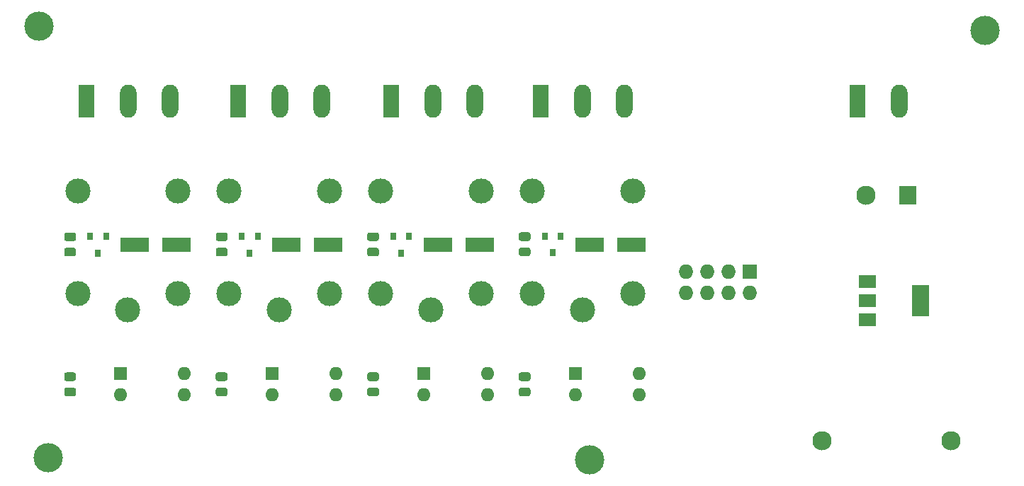
<source format=gbr>
%TF.GenerationSoftware,KiCad,Pcbnew,5.1.9-73d0e3b20d~88~ubuntu20.04.1*%
%TF.CreationDate,2021-10-10T01:19:02+05:30*%
%TF.ProjectId,ESP-Switch,4553502d-5377-4697-9463-682e6b696361,rev?*%
%TF.SameCoordinates,Original*%
%TF.FileFunction,Soldermask,Bot*%
%TF.FilePolarity,Negative*%
%FSLAX46Y46*%
G04 Gerber Fmt 4.6, Leading zero omitted, Abs format (unit mm)*
G04 Created by KiCad (PCBNEW 5.1.9-73d0e3b20d~88~ubuntu20.04.1) date 2021-10-10 01:19:02*
%MOMM*%
%LPD*%
G01*
G04 APERTURE LIST*
%ADD10C,2.600000*%
%ADD11C,3.500000*%
%ADD12C,3.000000*%
%ADD13R,1.727200X1.727200*%
%ADD14O,1.727200X1.727200*%
%ADD15R,1.980000X3.960000*%
%ADD16O,1.980000X3.960000*%
%ADD17C,2.300000*%
%ADD18R,2.000000X2.300000*%
%ADD19R,2.000000X3.800000*%
%ADD20R,2.000000X1.500000*%
%ADD21O,1.600000X1.600000*%
%ADD22R,1.600000X1.600000*%
%ADD23R,3.500000X1.800000*%
%ADD24R,0.800000X0.900000*%
G04 APERTURE END LIST*
D10*
%TO.C,H1*%
X107100000Y-79110000D03*
D11*
X107100000Y-79110000D03*
%TD*%
D12*
%TO.C,K2*%
X76050000Y-59180000D03*
X76050000Y-46980000D03*
X64050000Y-46980000D03*
X64050000Y-59180000D03*
X70050000Y-61180000D03*
%TD*%
%TO.C,K1*%
X51950000Y-61180000D03*
X45950000Y-59180000D03*
X45950000Y-46980000D03*
X57950000Y-46980000D03*
X57950000Y-59180000D03*
%TD*%
D13*
%TO.C,ESP-01*%
X126280000Y-56570000D03*
D14*
X126280000Y-59110000D03*
X123740000Y-56570000D03*
X123740000Y-59110000D03*
X121200000Y-56570000D03*
X121200000Y-59110000D03*
X118660000Y-56570000D03*
X118660000Y-59110000D03*
%TD*%
D15*
%TO.C,Switch-C1*%
X83400000Y-36210000D03*
D16*
X88400000Y-36210000D03*
X93400000Y-36210000D03*
%TD*%
%TO.C,Switch-A1*%
X57005000Y-36210000D03*
X52005000Y-36210000D03*
D15*
X47005000Y-36210000D03*
%TD*%
D10*
%TO.C,H4*%
X42420000Y-78900000D03*
D11*
X42420000Y-78900000D03*
%TD*%
D10*
%TO.C,H3*%
X41340000Y-27200000D03*
D11*
X41340000Y-27200000D03*
%TD*%
%TO.C,H1*%
X154340000Y-27760000D03*
D10*
X154340000Y-27760000D03*
%TD*%
D12*
%TO.C,K3*%
X94150000Y-59180000D03*
X94150000Y-46980000D03*
X82150000Y-46980000D03*
X82150000Y-59180000D03*
X88150000Y-61180000D03*
%TD*%
%TO.C,K4*%
X106250000Y-61180000D03*
X100250000Y-59180000D03*
X100250000Y-46980000D03*
X112250000Y-46980000D03*
X112250000Y-59180000D03*
%TD*%
D17*
%TO.C,Power Supply*%
X150320000Y-76830000D03*
D18*
X145120000Y-47430000D03*
D17*
X140120000Y-47430000D03*
X134920000Y-76830000D03*
%TD*%
D19*
%TO.C,U1*%
X146630000Y-60080000D03*
D20*
X140330000Y-60080000D03*
X140330000Y-57780000D03*
X140330000Y-62380000D03*
%TD*%
D21*
%TO.C,OP1*%
X58720000Y-68820000D03*
X51100000Y-71360000D03*
X58720000Y-71360000D03*
D22*
X51100000Y-68820000D03*
%TD*%
D21*
%TO.C,OP2*%
X76820000Y-68820000D03*
X69200000Y-71360000D03*
X76820000Y-71360000D03*
D22*
X69200000Y-68820000D03*
%TD*%
%TO.C,OP3*%
X87300000Y-68820000D03*
D21*
X94920000Y-71360000D03*
X87300000Y-71360000D03*
X94920000Y-68820000D03*
%TD*%
D22*
%TO.C,OP4*%
X105400000Y-68820000D03*
D21*
X113020000Y-71360000D03*
X105400000Y-71360000D03*
X113020000Y-68820000D03*
%TD*%
D15*
%TO.C,Mains*%
X139110000Y-36200000D03*
D16*
X144110000Y-36200000D03*
%TD*%
%TO.C,Switch-B1*%
X75100000Y-36210000D03*
X70100000Y-36210000D03*
D15*
X65100000Y-36210000D03*
%TD*%
%TO.C,Switch-D1*%
X101300000Y-36210000D03*
D16*
X106300000Y-36210000D03*
X111300000Y-36210000D03*
%TD*%
D23*
%TO.C,D1*%
X57800000Y-53410000D03*
X52800000Y-53410000D03*
%TD*%
%TO.C,D2*%
X70900000Y-53410000D03*
X75900000Y-53410000D03*
%TD*%
%TO.C,D3*%
X88980000Y-53400000D03*
X93980000Y-53400000D03*
%TD*%
%TO.C,D4*%
X112110000Y-53380000D03*
X107110000Y-53380000D03*
%TD*%
D24*
%TO.C,Q1*%
X47450000Y-52360000D03*
X49350000Y-52360000D03*
X48400000Y-54360000D03*
%TD*%
%TO.C,Q2*%
X66505000Y-54360000D03*
X67455000Y-52360000D03*
X65555000Y-52360000D03*
%TD*%
%TO.C,Q3*%
X83640000Y-52350000D03*
X85540000Y-52350000D03*
X84590000Y-54350000D03*
%TD*%
%TO.C,Q4*%
X102710000Y-54330000D03*
X103660000Y-52330000D03*
X101760000Y-52330000D03*
%TD*%
%TO.C,ROP1*%
G36*
G01*
X44599999Y-70480000D02*
X45500001Y-70480000D01*
G75*
G02*
X45750000Y-70729999I0J-249999D01*
G01*
X45750000Y-71255001D01*
G75*
G02*
X45500001Y-71505000I-249999J0D01*
G01*
X44599999Y-71505000D01*
G75*
G02*
X44350000Y-71255001I0J249999D01*
G01*
X44350000Y-70729999D01*
G75*
G02*
X44599999Y-70480000I249999J0D01*
G01*
G37*
G36*
G01*
X44599999Y-68655000D02*
X45500001Y-68655000D01*
G75*
G02*
X45750000Y-68904999I0J-249999D01*
G01*
X45750000Y-69430001D01*
G75*
G02*
X45500001Y-69680000I-249999J0D01*
G01*
X44599999Y-69680000D01*
G75*
G02*
X44350000Y-69430001I0J249999D01*
G01*
X44350000Y-68904999D01*
G75*
G02*
X44599999Y-68655000I249999J0D01*
G01*
G37*
%TD*%
%TO.C,ROP2*%
G36*
G01*
X62699999Y-70480000D02*
X63600001Y-70480000D01*
G75*
G02*
X63850000Y-70729999I0J-249999D01*
G01*
X63850000Y-71255001D01*
G75*
G02*
X63600001Y-71505000I-249999J0D01*
G01*
X62699999Y-71505000D01*
G75*
G02*
X62450000Y-71255001I0J249999D01*
G01*
X62450000Y-70729999D01*
G75*
G02*
X62699999Y-70480000I249999J0D01*
G01*
G37*
G36*
G01*
X62699999Y-68655000D02*
X63600001Y-68655000D01*
G75*
G02*
X63850000Y-68904999I0J-249999D01*
G01*
X63850000Y-69430001D01*
G75*
G02*
X63600001Y-69680000I-249999J0D01*
G01*
X62699999Y-69680000D01*
G75*
G02*
X62450000Y-69430001I0J249999D01*
G01*
X62450000Y-68904999D01*
G75*
G02*
X62699999Y-68655000I249999J0D01*
G01*
G37*
%TD*%
%TO.C,ROP3*%
G36*
G01*
X80799999Y-70480000D02*
X81700001Y-70480000D01*
G75*
G02*
X81950000Y-70729999I0J-249999D01*
G01*
X81950000Y-71255001D01*
G75*
G02*
X81700001Y-71505000I-249999J0D01*
G01*
X80799999Y-71505000D01*
G75*
G02*
X80550000Y-71255001I0J249999D01*
G01*
X80550000Y-70729999D01*
G75*
G02*
X80799999Y-70480000I249999J0D01*
G01*
G37*
G36*
G01*
X80799999Y-68655000D02*
X81700001Y-68655000D01*
G75*
G02*
X81950000Y-68904999I0J-249999D01*
G01*
X81950000Y-69430001D01*
G75*
G02*
X81700001Y-69680000I-249999J0D01*
G01*
X80799999Y-69680000D01*
G75*
G02*
X80550000Y-69430001I0J249999D01*
G01*
X80550000Y-68904999D01*
G75*
G02*
X80799999Y-68655000I249999J0D01*
G01*
G37*
%TD*%
%TO.C,ROP4*%
G36*
G01*
X98899999Y-70480000D02*
X99800001Y-70480000D01*
G75*
G02*
X100050000Y-70729999I0J-249999D01*
G01*
X100050000Y-71255001D01*
G75*
G02*
X99800001Y-71505000I-249999J0D01*
G01*
X98899999Y-71505000D01*
G75*
G02*
X98650000Y-71255001I0J249999D01*
G01*
X98650000Y-70729999D01*
G75*
G02*
X98899999Y-70480000I249999J0D01*
G01*
G37*
G36*
G01*
X98899999Y-68655000D02*
X99800001Y-68655000D01*
G75*
G02*
X100050000Y-68904999I0J-249999D01*
G01*
X100050000Y-69430001D01*
G75*
G02*
X99800001Y-69680000I-249999J0D01*
G01*
X98899999Y-69680000D01*
G75*
G02*
X98650000Y-69430001I0J249999D01*
G01*
X98650000Y-68904999D01*
G75*
G02*
X98899999Y-68655000I249999J0D01*
G01*
G37*
%TD*%
%TO.C,RQ1*%
G36*
G01*
X44599999Y-51915000D02*
X45500001Y-51915000D01*
G75*
G02*
X45750000Y-52164999I0J-249999D01*
G01*
X45750000Y-52690001D01*
G75*
G02*
X45500001Y-52940000I-249999J0D01*
G01*
X44599999Y-52940000D01*
G75*
G02*
X44350000Y-52690001I0J249999D01*
G01*
X44350000Y-52164999D01*
G75*
G02*
X44599999Y-51915000I249999J0D01*
G01*
G37*
G36*
G01*
X44599999Y-53740000D02*
X45500001Y-53740000D01*
G75*
G02*
X45750000Y-53989999I0J-249999D01*
G01*
X45750000Y-54515001D01*
G75*
G02*
X45500001Y-54765000I-249999J0D01*
G01*
X44599999Y-54765000D01*
G75*
G02*
X44350000Y-54515001I0J249999D01*
G01*
X44350000Y-53989999D01*
G75*
G02*
X44599999Y-53740000I249999J0D01*
G01*
G37*
%TD*%
%TO.C,RQ2*%
G36*
G01*
X62709999Y-51915000D02*
X63610001Y-51915000D01*
G75*
G02*
X63860000Y-52164999I0J-249999D01*
G01*
X63860000Y-52690001D01*
G75*
G02*
X63610001Y-52940000I-249999J0D01*
G01*
X62709999Y-52940000D01*
G75*
G02*
X62460000Y-52690001I0J249999D01*
G01*
X62460000Y-52164999D01*
G75*
G02*
X62709999Y-51915000I249999J0D01*
G01*
G37*
G36*
G01*
X62709999Y-53740000D02*
X63610001Y-53740000D01*
G75*
G02*
X63860000Y-53989999I0J-249999D01*
G01*
X63860000Y-54515001D01*
G75*
G02*
X63610001Y-54765000I-249999J0D01*
G01*
X62709999Y-54765000D01*
G75*
G02*
X62460000Y-54515001I0J249999D01*
G01*
X62460000Y-53989999D01*
G75*
G02*
X62709999Y-53740000I249999J0D01*
G01*
G37*
%TD*%
%TO.C,RQ3*%
G36*
G01*
X80799999Y-51905000D02*
X81700001Y-51905000D01*
G75*
G02*
X81950000Y-52154999I0J-249999D01*
G01*
X81950000Y-52680001D01*
G75*
G02*
X81700001Y-52930000I-249999J0D01*
G01*
X80799999Y-52930000D01*
G75*
G02*
X80550000Y-52680001I0J249999D01*
G01*
X80550000Y-52154999D01*
G75*
G02*
X80799999Y-51905000I249999J0D01*
G01*
G37*
G36*
G01*
X80799999Y-53730000D02*
X81700001Y-53730000D01*
G75*
G02*
X81950000Y-53979999I0J-249999D01*
G01*
X81950000Y-54505001D01*
G75*
G02*
X81700001Y-54755000I-249999J0D01*
G01*
X80799999Y-54755000D01*
G75*
G02*
X80550000Y-54505001I0J249999D01*
G01*
X80550000Y-53979999D01*
G75*
G02*
X80799999Y-53730000I249999J0D01*
G01*
G37*
%TD*%
%TO.C,RQ4*%
G36*
G01*
X98909999Y-51885000D02*
X99810001Y-51885000D01*
G75*
G02*
X100060000Y-52134999I0J-249999D01*
G01*
X100060000Y-52660001D01*
G75*
G02*
X99810001Y-52910000I-249999J0D01*
G01*
X98909999Y-52910000D01*
G75*
G02*
X98660000Y-52660001I0J249999D01*
G01*
X98660000Y-52134999D01*
G75*
G02*
X98909999Y-51885000I249999J0D01*
G01*
G37*
G36*
G01*
X98909999Y-53710000D02*
X99810001Y-53710000D01*
G75*
G02*
X100060000Y-53959999I0J-249999D01*
G01*
X100060000Y-54485001D01*
G75*
G02*
X99810001Y-54735000I-249999J0D01*
G01*
X98909999Y-54735000D01*
G75*
G02*
X98660000Y-54485001I0J249999D01*
G01*
X98660000Y-53959999D01*
G75*
G02*
X98909999Y-53710000I249999J0D01*
G01*
G37*
%TD*%
M02*

</source>
